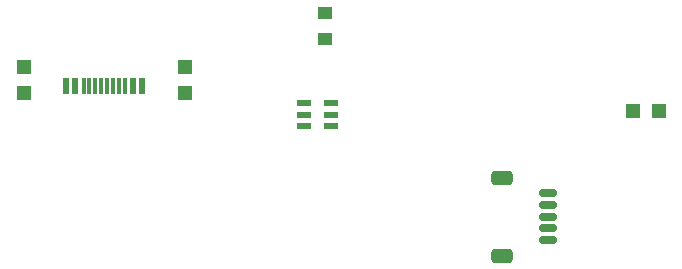
<source format=gbr>
%TF.GenerationSoftware,KiCad,Pcbnew,(6.0.10)*%
%TF.CreationDate,2023-01-23T13:10:32-05:00*%
%TF.ProjectId,nfdb_mkii,6e666462-5f6d-46b6-9969-2e6b69636164,rev?*%
%TF.SameCoordinates,Original*%
%TF.FileFunction,Paste,Top*%
%TF.FilePolarity,Positive*%
%FSLAX46Y46*%
G04 Gerber Fmt 4.6, Leading zero omitted, Abs format (unit mm)*
G04 Created by KiCad (PCBNEW (6.0.10)) date 2023-01-23 13:10:32*
%MOMM*%
%LPD*%
G01*
G04 APERTURE LIST*
G04 Aperture macros list*
%AMRoundRect*
0 Rectangle with rounded corners*
0 $1 Rounding radius*
0 $2 $3 $4 $5 $6 $7 $8 $9 X,Y pos of 4 corners*
0 Add a 4 corners polygon primitive as box body*
4,1,4,$2,$3,$4,$5,$6,$7,$8,$9,$2,$3,0*
0 Add four circle primitives for the rounded corners*
1,1,$1+$1,$2,$3*
1,1,$1+$1,$4,$5*
1,1,$1+$1,$6,$7*
1,1,$1+$1,$8,$9*
0 Add four rect primitives between the rounded corners*
20,1,$1+$1,$2,$3,$4,$5,0*
20,1,$1+$1,$4,$5,$6,$7,0*
20,1,$1+$1,$6,$7,$8,$9,0*
20,1,$1+$1,$8,$9,$2,$3,0*%
G04 Aperture macros list end*
%ADD10R,1.200000X1.300000*%
%ADD11R,1.200000X0.600000*%
%ADD12R,0.600000X1.450000*%
%ADD13R,0.300000X1.450000*%
%ADD14R,1.300000X1.000000*%
%ADD15R,1.300000X1.200000*%
%ADD16RoundRect,0.150000X-0.625000X0.150000X-0.625000X-0.150000X0.625000X-0.150000X0.625000X0.150000X0*%
%ADD17RoundRect,0.250000X-0.650000X0.350000X-0.650000X-0.350000X0.650000X-0.350000X0.650000X0.350000X0*%
G04 APERTURE END LIST*
D10*
X158870251Y-31323000D03*
X156670251Y-31323000D03*
D11*
X128860251Y-30674500D03*
X128860251Y-31624500D03*
X128860251Y-32574500D03*
X131160251Y-32574500D03*
X131160251Y-31624500D03*
X131160251Y-30674500D03*
D12*
X115159000Y-29187000D03*
X114384000Y-29187000D03*
D13*
X113684000Y-29187000D03*
X113184000Y-29187000D03*
X112684000Y-29187000D03*
X112184000Y-29187000D03*
X111684000Y-29187000D03*
X111184000Y-29187000D03*
X110684000Y-29187000D03*
X110184000Y-29187000D03*
D12*
X109484000Y-29187000D03*
X108709000Y-29187000D03*
D14*
X130660251Y-22992001D03*
X130660251Y-25191999D03*
D15*
X105136200Y-27564000D03*
X105136200Y-29764000D03*
D16*
X149494000Y-38262000D03*
X149494000Y-39262000D03*
X149494000Y-40262000D03*
X149494000Y-41262000D03*
X149494000Y-42262000D03*
D17*
X145619000Y-36962000D03*
X145619000Y-43562000D03*
D15*
X118796800Y-27564000D03*
X118796800Y-29764000D03*
M02*

</source>
